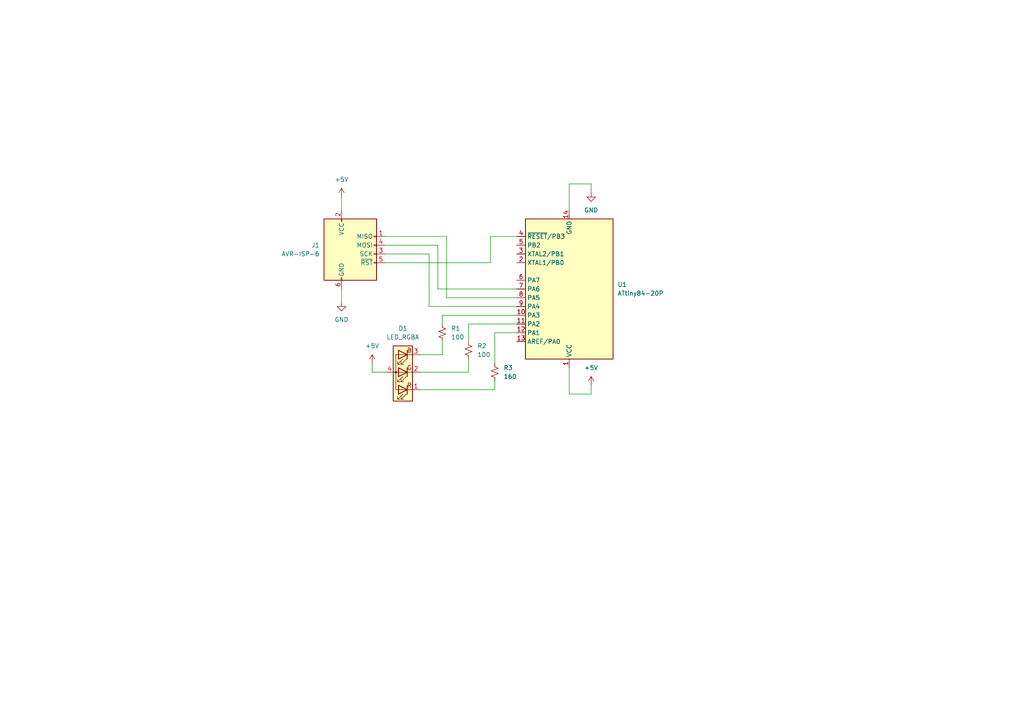
<source format=kicad_sch>
(kicad_sch (version 20211123) (generator eeschema)

  (uuid e413263c-71c2-42e6-a4e2-0560b1057f10)

  (paper "A4")

  (lib_symbols
    (symbol "Connector:AVR-ISP-6" (pin_names (offset 1.016)) (in_bom yes) (on_board yes)
      (property "Reference" "J" (id 0) (at -6.35 11.43 0)
        (effects (font (size 1.27 1.27)) (justify left))
      )
      (property "Value" "AVR-ISP-6" (id 1) (at 0 11.43 0)
        (effects (font (size 1.27 1.27)) (justify left))
      )
      (property "Footprint" "" (id 2) (at -6.35 1.27 90)
        (effects (font (size 1.27 1.27)) hide)
      )
      (property "Datasheet" " ~" (id 3) (at -32.385 -13.97 0)
        (effects (font (size 1.27 1.27)) hide)
      )
      (property "ki_keywords" "AVR ISP Connector" (id 4) (at 0 0 0)
        (effects (font (size 1.27 1.27)) hide)
      )
      (property "ki_description" "Atmel 6-pin ISP connector" (id 5) (at 0 0 0)
        (effects (font (size 1.27 1.27)) hide)
      )
      (property "ki_fp_filters" "IDC?Header*2x03* Pin?Header*2x03*" (id 6) (at 0 0 0)
        (effects (font (size 1.27 1.27)) hide)
      )
      (symbol "AVR-ISP-6_0_1"
        (rectangle (start -2.667 -6.858) (end -2.413 -7.62)
          (stroke (width 0) (type default) (color 0 0 0 0))
          (fill (type none))
        )
        (rectangle (start -2.667 10.16) (end -2.413 9.398)
          (stroke (width 0) (type default) (color 0 0 0 0))
          (fill (type none))
        )
        (rectangle (start 7.62 -2.413) (end 6.858 -2.667)
          (stroke (width 0) (type default) (color 0 0 0 0))
          (fill (type none))
        )
        (rectangle (start 7.62 0.127) (end 6.858 -0.127)
          (stroke (width 0) (type default) (color 0 0 0 0))
          (fill (type none))
        )
        (rectangle (start 7.62 2.667) (end 6.858 2.413)
          (stroke (width 0) (type default) (color 0 0 0 0))
          (fill (type none))
        )
        (rectangle (start 7.62 5.207) (end 6.858 4.953)
          (stroke (width 0) (type default) (color 0 0 0 0))
          (fill (type none))
        )
        (rectangle (start 7.62 10.16) (end -7.62 -7.62)
          (stroke (width 0.254) (type default) (color 0 0 0 0))
          (fill (type background))
        )
      )
      (symbol "AVR-ISP-6_1_1"
        (pin passive line (at 10.16 5.08 180) (length 2.54)
          (name "MISO" (effects (font (size 1.27 1.27))))
          (number "1" (effects (font (size 1.27 1.27))))
        )
        (pin passive line (at -2.54 12.7 270) (length 2.54)
          (name "VCC" (effects (font (size 1.27 1.27))))
          (number "2" (effects (font (size 1.27 1.27))))
        )
        (pin passive line (at 10.16 0 180) (length 2.54)
          (name "SCK" (effects (font (size 1.27 1.27))))
          (number "3" (effects (font (size 1.27 1.27))))
        )
        (pin passive line (at 10.16 2.54 180) (length 2.54)
          (name "MOSI" (effects (font (size 1.27 1.27))))
          (number "4" (effects (font (size 1.27 1.27))))
        )
        (pin passive line (at 10.16 -2.54 180) (length 2.54)
          (name "~{RST}" (effects (font (size 1.27 1.27))))
          (number "5" (effects (font (size 1.27 1.27))))
        )
        (pin passive line (at -2.54 -10.16 90) (length 2.54)
          (name "GND" (effects (font (size 1.27 1.27))))
          (number "6" (effects (font (size 1.27 1.27))))
        )
      )
    )
    (symbol "Device:LED_RGBA" (pin_names (offset 0) hide) (in_bom yes) (on_board yes)
      (property "Reference" "D" (id 0) (at 0 9.398 0)
        (effects (font (size 1.27 1.27)))
      )
      (property "Value" "LED_RGBA" (id 1) (at 0 -8.89 0)
        (effects (font (size 1.27 1.27)))
      )
      (property "Footprint" "" (id 2) (at 0 -1.27 0)
        (effects (font (size 1.27 1.27)) hide)
      )
      (property "Datasheet" "~" (id 3) (at 0 -1.27 0)
        (effects (font (size 1.27 1.27)) hide)
      )
      (property "ki_keywords" "LED RGB diode" (id 4) (at 0 0 0)
        (effects (font (size 1.27 1.27)) hide)
      )
      (property "ki_description" "RGB LED, red/green/blue/anode" (id 5) (at 0 0 0)
        (effects (font (size 1.27 1.27)) hide)
      )
      (property "ki_fp_filters" "LED* LED_SMD:* LED_THT:*" (id 6) (at 0 0 0)
        (effects (font (size 1.27 1.27)) hide)
      )
      (symbol "LED_RGBA_0_0"
        (text "B" (at -1.905 -6.35 0)
          (effects (font (size 1.27 1.27)))
        )
        (text "G" (at -1.905 -1.27 0)
          (effects (font (size 1.27 1.27)))
        )
        (text "R" (at -1.905 3.81 0)
          (effects (font (size 1.27 1.27)))
        )
      )
      (symbol "LED_RGBA_0_1"
        (polyline
          (pts
            (xy -1.27 -5.08)
            (xy -2.54 -5.08)
          )
          (stroke (width 0) (type default) (color 0 0 0 0))
          (fill (type none))
        )
        (polyline
          (pts
            (xy -1.27 -5.08)
            (xy 1.27 -5.08)
          )
          (stroke (width 0) (type default) (color 0 0 0 0))
          (fill (type none))
        )
        (polyline
          (pts
            (xy -1.27 -3.81)
            (xy -1.27 -6.35)
          )
          (stroke (width 0.254) (type default) (color 0 0 0 0))
          (fill (type none))
        )
        (polyline
          (pts
            (xy -1.27 0)
            (xy -2.54 0)
          )
          (stroke (width 0) (type default) (color 0 0 0 0))
          (fill (type none))
        )
        (polyline
          (pts
            (xy -1.27 1.27)
            (xy -1.27 -1.27)
          )
          (stroke (width 0.254) (type default) (color 0 0 0 0))
          (fill (type none))
        )
        (polyline
          (pts
            (xy -1.27 5.08)
            (xy -2.54 5.08)
          )
          (stroke (width 0) (type default) (color 0 0 0 0))
          (fill (type none))
        )
        (polyline
          (pts
            (xy -1.27 5.08)
            (xy 1.27 5.08)
          )
          (stroke (width 0) (type default) (color 0 0 0 0))
          (fill (type none))
        )
        (polyline
          (pts
            (xy -1.27 6.35)
            (xy -1.27 3.81)
          )
          (stroke (width 0.254) (type default) (color 0 0 0 0))
          (fill (type none))
        )
        (polyline
          (pts
            (xy 1.27 0)
            (xy -1.27 0)
          )
          (stroke (width 0) (type default) (color 0 0 0 0))
          (fill (type none))
        )
        (polyline
          (pts
            (xy 1.27 0)
            (xy 2.54 0)
          )
          (stroke (width 0) (type default) (color 0 0 0 0))
          (fill (type none))
        )
        (polyline
          (pts
            (xy -1.27 1.27)
            (xy -1.27 -1.27)
            (xy -1.27 -1.27)
          )
          (stroke (width 0) (type default) (color 0 0 0 0))
          (fill (type none))
        )
        (polyline
          (pts
            (xy -1.27 6.35)
            (xy -1.27 3.81)
            (xy -1.27 3.81)
          )
          (stroke (width 0) (type default) (color 0 0 0 0))
          (fill (type none))
        )
        (polyline
          (pts
            (xy 1.27 -5.08)
            (xy 2.032 -5.08)
            (xy 2.032 5.08)
            (xy 1.27 5.08)
          )
          (stroke (width 0) (type default) (color 0 0 0 0))
          (fill (type none))
        )
        (polyline
          (pts
            (xy 1.27 -3.81)
            (xy 1.27 -6.35)
            (xy -1.27 -5.08)
            (xy 1.27 -3.81)
          )
          (stroke (width 0.254) (type default) (color 0 0 0 0))
          (fill (type none))
        )
        (polyline
          (pts
            (xy 1.27 1.27)
            (xy 1.27 -1.27)
            (xy -1.27 0)
            (xy 1.27 1.27)
          )
          (stroke (width 0.254) (type default) (color 0 0 0 0))
          (fill (type none))
        )
        (polyline
          (pts
            (xy 1.27 6.35)
            (xy 1.27 3.81)
            (xy -1.27 5.08)
            (xy 1.27 6.35)
          )
          (stroke (width 0.254) (type default) (color 0 0 0 0))
          (fill (type none))
        )
        (polyline
          (pts
            (xy -1.016 -3.81)
            (xy 0.508 -2.286)
            (xy -0.254 -2.286)
            (xy 0.508 -2.286)
            (xy 0.508 -3.048)
          )
          (stroke (width 0) (type default) (color 0 0 0 0))
          (fill (type none))
        )
        (polyline
          (pts
            (xy -1.016 1.27)
            (xy 0.508 2.794)
            (xy -0.254 2.794)
            (xy 0.508 2.794)
            (xy 0.508 2.032)
          )
          (stroke (width 0) (type default) (color 0 0 0 0))
          (fill (type none))
        )
        (polyline
          (pts
            (xy -1.016 6.35)
            (xy 0.508 7.874)
            (xy -0.254 7.874)
            (xy 0.508 7.874)
            (xy 0.508 7.112)
          )
          (stroke (width 0) (type default) (color 0 0 0 0))
          (fill (type none))
        )
        (polyline
          (pts
            (xy 0 -3.81)
            (xy 1.524 -2.286)
            (xy 0.762 -2.286)
            (xy 1.524 -2.286)
            (xy 1.524 -3.048)
          )
          (stroke (width 0) (type default) (color 0 0 0 0))
          (fill (type none))
        )
        (polyline
          (pts
            (xy 0 1.27)
            (xy 1.524 2.794)
            (xy 0.762 2.794)
            (xy 1.524 2.794)
            (xy 1.524 2.032)
          )
          (stroke (width 0) (type default) (color 0 0 0 0))
          (fill (type none))
        )
        (polyline
          (pts
            (xy 0 6.35)
            (xy 1.524 7.874)
            (xy 0.762 7.874)
            (xy 1.524 7.874)
            (xy 1.524 7.112)
          )
          (stroke (width 0) (type default) (color 0 0 0 0))
          (fill (type none))
        )
        (rectangle (start 1.27 -1.27) (end 1.27 1.27)
          (stroke (width 0) (type default) (color 0 0 0 0))
          (fill (type none))
        )
        (rectangle (start 1.27 1.27) (end 1.27 1.27)
          (stroke (width 0) (type default) (color 0 0 0 0))
          (fill (type none))
        )
        (rectangle (start 1.27 3.81) (end 1.27 6.35)
          (stroke (width 0) (type default) (color 0 0 0 0))
          (fill (type none))
        )
        (rectangle (start 1.27 6.35) (end 1.27 6.35)
          (stroke (width 0) (type default) (color 0 0 0 0))
          (fill (type none))
        )
        (circle (center 2.032 0) (radius 0.254)
          (stroke (width 0) (type default) (color 0 0 0 0))
          (fill (type outline))
        )
        (rectangle (start 2.794 8.382) (end -2.794 -7.62)
          (stroke (width 0.254) (type default) (color 0 0 0 0))
          (fill (type background))
        )
      )
      (symbol "LED_RGBA_1_1"
        (pin passive line (at -5.08 5.08 0) (length 2.54)
          (name "RK" (effects (font (size 1.27 1.27))))
          (number "1" (effects (font (size 1.27 1.27))))
        )
        (pin passive line (at -5.08 0 0) (length 2.54)
          (name "GK" (effects (font (size 1.27 1.27))))
          (number "2" (effects (font (size 1.27 1.27))))
        )
        (pin passive line (at -5.08 -5.08 0) (length 2.54)
          (name "BK" (effects (font (size 1.27 1.27))))
          (number "3" (effects (font (size 1.27 1.27))))
        )
        (pin passive line (at 5.08 0 180) (length 2.54)
          (name "A" (effects (font (size 1.27 1.27))))
          (number "4" (effects (font (size 1.27 1.27))))
        )
      )
    )
    (symbol "Device:R_Small_US" (pin_numbers hide) (pin_names (offset 0.254) hide) (in_bom yes) (on_board yes)
      (property "Reference" "R" (id 0) (at 0.762 0.508 0)
        (effects (font (size 1.27 1.27)) (justify left))
      )
      (property "Value" "R_Small_US" (id 1) (at 0.762 -1.016 0)
        (effects (font (size 1.27 1.27)) (justify left))
      )
      (property "Footprint" "" (id 2) (at 0 0 0)
        (effects (font (size 1.27 1.27)) hide)
      )
      (property "Datasheet" "~" (id 3) (at 0 0 0)
        (effects (font (size 1.27 1.27)) hide)
      )
      (property "ki_keywords" "r resistor" (id 4) (at 0 0 0)
        (effects (font (size 1.27 1.27)) hide)
      )
      (property "ki_description" "Resistor, small US symbol" (id 5) (at 0 0 0)
        (effects (font (size 1.27 1.27)) hide)
      )
      (property "ki_fp_filters" "R_*" (id 6) (at 0 0 0)
        (effects (font (size 1.27 1.27)) hide)
      )
      (symbol "R_Small_US_1_1"
        (polyline
          (pts
            (xy 0 0)
            (xy 1.016 -0.381)
            (xy 0 -0.762)
            (xy -1.016 -1.143)
            (xy 0 -1.524)
          )
          (stroke (width 0) (type default) (color 0 0 0 0))
          (fill (type none))
        )
        (polyline
          (pts
            (xy 0 1.524)
            (xy 1.016 1.143)
            (xy 0 0.762)
            (xy -1.016 0.381)
            (xy 0 0)
          )
          (stroke (width 0) (type default) (color 0 0 0 0))
          (fill (type none))
        )
        (pin passive line (at 0 2.54 270) (length 1.016)
          (name "~" (effects (font (size 1.27 1.27))))
          (number "1" (effects (font (size 1.27 1.27))))
        )
        (pin passive line (at 0 -2.54 90) (length 1.016)
          (name "~" (effects (font (size 1.27 1.27))))
          (number "2" (effects (font (size 1.27 1.27))))
        )
      )
    )
    (symbol "MCU_Microchip_ATtiny:ATtiny84-20P" (in_bom yes) (on_board yes)
      (property "Reference" "U" (id 0) (at -12.7 21.59 0)
        (effects (font (size 1.27 1.27)) (justify left bottom))
      )
      (property "Value" "ATtiny84-20P" (id 1) (at 2.54 -21.59 0)
        (effects (font (size 1.27 1.27)) (justify left top))
      )
      (property "Footprint" "Package_DIP:DIP-14_W7.62mm" (id 2) (at 0 0 0)
        (effects (font (size 1.27 1.27) italic) hide)
      )
      (property "Datasheet" "http://ww1.microchip.com/downloads/en/DeviceDoc/doc8006.pdf" (id 3) (at 0 0 0)
        (effects (font (size 1.27 1.27)) hide)
      )
      (property "ki_keywords" "AVR 8bit Microcontroller tinyAVR" (id 4) (at 0 0 0)
        (effects (font (size 1.27 1.27)) hide)
      )
      (property "ki_description" "20MHz, 8kB Flash, 512B SRAM, 512B EEPROM, debugWIRE, DIP-14" (id 5) (at 0 0 0)
        (effects (font (size 1.27 1.27)) hide)
      )
      (property "ki_fp_filters" "DIP*W7.62mm*" (id 6) (at 0 0 0)
        (effects (font (size 1.27 1.27)) hide)
      )
      (symbol "ATtiny84-20P_0_1"
        (rectangle (start -12.7 -20.32) (end 12.7 20.32)
          (stroke (width 0.254) (type default) (color 0 0 0 0))
          (fill (type background))
        )
      )
      (symbol "ATtiny84-20P_1_1"
        (pin power_in line (at 0 22.86 270) (length 2.54)
          (name "VCC" (effects (font (size 1.27 1.27))))
          (number "1" (effects (font (size 1.27 1.27))))
        )
        (pin bidirectional line (at 15.24 7.62 180) (length 2.54)
          (name "PA3" (effects (font (size 1.27 1.27))))
          (number "10" (effects (font (size 1.27 1.27))))
        )
        (pin bidirectional line (at 15.24 10.16 180) (length 2.54)
          (name "PA2" (effects (font (size 1.27 1.27))))
          (number "11" (effects (font (size 1.27 1.27))))
        )
        (pin bidirectional line (at 15.24 12.7 180) (length 2.54)
          (name "PA1" (effects (font (size 1.27 1.27))))
          (number "12" (effects (font (size 1.27 1.27))))
        )
        (pin bidirectional line (at 15.24 15.24 180) (length 2.54)
          (name "AREF/PA0" (effects (font (size 1.27 1.27))))
          (number "13" (effects (font (size 1.27 1.27))))
        )
        (pin power_in line (at 0 -22.86 90) (length 2.54)
          (name "GND" (effects (font (size 1.27 1.27))))
          (number "14" (effects (font (size 1.27 1.27))))
        )
        (pin bidirectional line (at 15.24 -7.62 180) (length 2.54)
          (name "XTAL1/PB0" (effects (font (size 1.27 1.27))))
          (number "2" (effects (font (size 1.27 1.27))))
        )
        (pin bidirectional line (at 15.24 -10.16 180) (length 2.54)
          (name "XTAL2/PB1" (effects (font (size 1.27 1.27))))
          (number "3" (effects (font (size 1.27 1.27))))
        )
        (pin bidirectional line (at 15.24 -15.24 180) (length 2.54)
          (name "~{RESET}/PB3" (effects (font (size 1.27 1.27))))
          (number "4" (effects (font (size 1.27 1.27))))
        )
        (pin bidirectional line (at 15.24 -12.7 180) (length 2.54)
          (name "PB2" (effects (font (size 1.27 1.27))))
          (number "5" (effects (font (size 1.27 1.27))))
        )
        (pin bidirectional line (at 15.24 -2.54 180) (length 2.54)
          (name "PA7" (effects (font (size 1.27 1.27))))
          (number "6" (effects (font (size 1.27 1.27))))
        )
        (pin bidirectional line (at 15.24 0 180) (length 2.54)
          (name "PA6" (effects (font (size 1.27 1.27))))
          (number "7" (effects (font (size 1.27 1.27))))
        )
        (pin bidirectional line (at 15.24 2.54 180) (length 2.54)
          (name "PA5" (effects (font (size 1.27 1.27))))
          (number "8" (effects (font (size 1.27 1.27))))
        )
        (pin bidirectional line (at 15.24 5.08 180) (length 2.54)
          (name "PA4" (effects (font (size 1.27 1.27))))
          (number "9" (effects (font (size 1.27 1.27))))
        )
      )
    )
    (symbol "power:+5V" (power) (pin_names (offset 0)) (in_bom yes) (on_board yes)
      (property "Reference" "#PWR" (id 0) (at 0 -3.81 0)
        (effects (font (size 1.27 1.27)) hide)
      )
      (property "Value" "+5V" (id 1) (at 0 3.556 0)
        (effects (font (size 1.27 1.27)))
      )
      (property "Footprint" "" (id 2) (at 0 0 0)
        (effects (font (size 1.27 1.27)) hide)
      )
      (property "Datasheet" "" (id 3) (at 0 0 0)
        (effects (font (size 1.27 1.27)) hide)
      )
      (property "ki_keywords" "power-flag" (id 4) (at 0 0 0)
        (effects (font (size 1.27 1.27)) hide)
      )
      (property "ki_description" "Power symbol creates a global label with name \"+5V\"" (id 5) (at 0 0 0)
        (effects (font (size 1.27 1.27)) hide)
      )
      (symbol "+5V_0_1"
        (polyline
          (pts
            (xy -0.762 1.27)
            (xy 0 2.54)
          )
          (stroke (width 0) (type default) (color 0 0 0 0))
          (fill (type none))
        )
        (polyline
          (pts
            (xy 0 0)
            (xy 0 2.54)
          )
          (stroke (width 0) (type default) (color 0 0 0 0))
          (fill (type none))
        )
        (polyline
          (pts
            (xy 0 2.54)
            (xy 0.762 1.27)
          )
          (stroke (width 0) (type default) (color 0 0 0 0))
          (fill (type none))
        )
      )
      (symbol "+5V_1_1"
        (pin power_in line (at 0 0 90) (length 0) hide
          (name "+5V" (effects (font (size 1.27 1.27))))
          (number "1" (effects (font (size 1.27 1.27))))
        )
      )
    )
    (symbol "power:GND" (power) (pin_names (offset 0)) (in_bom yes) (on_board yes)
      (property "Reference" "#PWR" (id 0) (at 0 -6.35 0)
        (effects (font (size 1.27 1.27)) hide)
      )
      (property "Value" "GND" (id 1) (at 0 -3.81 0)
        (effects (font (size 1.27 1.27)))
      )
      (property "Footprint" "" (id 2) (at 0 0 0)
        (effects (font (size 1.27 1.27)) hide)
      )
      (property "Datasheet" "" (id 3) (at 0 0 0)
        (effects (font (size 1.27 1.27)) hide)
      )
      (property "ki_keywords" "power-flag" (id 4) (at 0 0 0)
        (effects (font (size 1.27 1.27)) hide)
      )
      (property "ki_description" "Power symbol creates a global label with name \"GND\" , ground" (id 5) (at 0 0 0)
        (effects (font (size 1.27 1.27)) hide)
      )
      (symbol "GND_0_1"
        (polyline
          (pts
            (xy 0 0)
            (xy 0 -1.27)
            (xy 1.27 -1.27)
            (xy 0 -2.54)
            (xy -1.27 -1.27)
            (xy 0 -1.27)
          )
          (stroke (width 0) (type default) (color 0 0 0 0))
          (fill (type none))
        )
      )
      (symbol "GND_1_1"
        (pin power_in line (at 0 0 270) (length 0) hide
          (name "GND" (effects (font (size 1.27 1.27))))
          (number "1" (effects (font (size 1.27 1.27))))
        )
      )
    )
  )


  (wire (pts (xy 171.45 53.34) (xy 171.45 55.88))
    (stroke (width 0) (type default) (color 0 0 0 0))
    (uuid 0848faec-6491-40eb-ad2f-d9e2a41e3d4c)
  )
  (wire (pts (xy 143.51 96.52) (xy 143.51 105.41))
    (stroke (width 0) (type default) (color 0 0 0 0))
    (uuid 09c4e546-0187-46ae-a86a-4b7f2eac3db9)
  )
  (wire (pts (xy 124.46 73.66) (xy 124.46 88.9))
    (stroke (width 0) (type default) (color 0 0 0 0))
    (uuid 17cbeb46-70ad-45a6-bd01-38dccccb64ed)
  )
  (wire (pts (xy 128.27 91.44) (xy 128.27 93.98))
    (stroke (width 0) (type default) (color 0 0 0 0))
    (uuid 214f3012-39e9-48d7-a878-747aa61cfc28)
  )
  (wire (pts (xy 142.24 68.58) (xy 149.86 68.58))
    (stroke (width 0) (type default) (color 0 0 0 0))
    (uuid 216ea987-272a-41c2-9534-86d51e829e3a)
  )
  (wire (pts (xy 99.06 57.15) (xy 99.06 60.96))
    (stroke (width 0) (type default) (color 0 0 0 0))
    (uuid 2315aa05-81f2-4418-9f6d-3203b8c04b14)
  )
  (wire (pts (xy 171.45 111.76) (xy 171.45 114.3))
    (stroke (width 0) (type default) (color 0 0 0 0))
    (uuid 258b02ab-9df3-4832-b182-c8869f572ed2)
  )
  (wire (pts (xy 165.1 60.96) (xy 165.1 53.34))
    (stroke (width 0) (type default) (color 0 0 0 0))
    (uuid 37292e5c-95a8-4653-a389-0cec13f0192e)
  )
  (wire (pts (xy 121.92 102.87) (xy 128.27 102.87))
    (stroke (width 0) (type default) (color 0 0 0 0))
    (uuid 4a07d205-88a1-423a-baf7-ee5dd907a03c)
  )
  (wire (pts (xy 111.76 71.12) (xy 127 71.12))
    (stroke (width 0) (type default) (color 0 0 0 0))
    (uuid 5b1cbad9-1697-4573-b28b-e0fb412b5ef6)
  )
  (wire (pts (xy 142.24 76.2) (xy 142.24 68.58))
    (stroke (width 0) (type default) (color 0 0 0 0))
    (uuid 5d254b91-4cc5-49a0-bc39-613526711fe3)
  )
  (wire (pts (xy 135.89 93.98) (xy 149.86 93.98))
    (stroke (width 0) (type default) (color 0 0 0 0))
    (uuid 5e16ebfd-003c-44aa-abcf-4019d668a24b)
  )
  (wire (pts (xy 128.27 91.44) (xy 149.86 91.44))
    (stroke (width 0) (type default) (color 0 0 0 0))
    (uuid 6f82d981-b6d8-47e7-89cc-35a2c8c26bc9)
  )
  (wire (pts (xy 129.54 86.36) (xy 129.54 68.58))
    (stroke (width 0) (type default) (color 0 0 0 0))
    (uuid 7132ea57-790f-495a-9aa8-fa516787ddba)
  )
  (wire (pts (xy 99.06 83.82) (xy 99.06 87.63))
    (stroke (width 0) (type default) (color 0 0 0 0))
    (uuid 7a46fde0-dbef-41a8-89d7-3a4208190e96)
  )
  (wire (pts (xy 129.54 68.58) (xy 111.76 68.58))
    (stroke (width 0) (type default) (color 0 0 0 0))
    (uuid 7eb92438-9ab0-49c6-96cf-84f1b48d270b)
  )
  (wire (pts (xy 165.1 106.68) (xy 165.1 114.3))
    (stroke (width 0) (type default) (color 0 0 0 0))
    (uuid 84526f63-ff3b-4b4d-b2db-17c158811deb)
  )
  (wire (pts (xy 165.1 53.34) (xy 171.45 53.34))
    (stroke (width 0) (type default) (color 0 0 0 0))
    (uuid 95f2a065-7f3c-41a0-a776-30bd28a27254)
  )
  (wire (pts (xy 111.76 76.2) (xy 142.24 76.2))
    (stroke (width 0) (type default) (color 0 0 0 0))
    (uuid 9f1578da-a128-4bce-8b88-54dabd51748c)
  )
  (wire (pts (xy 128.27 99.06) (xy 128.27 102.87))
    (stroke (width 0) (type default) (color 0 0 0 0))
    (uuid a0499a25-75f6-4d83-8708-3888c64d8fa5)
  )
  (wire (pts (xy 127 83.82) (xy 149.86 83.82))
    (stroke (width 0) (type default) (color 0 0 0 0))
    (uuid a9d5fa75-51e0-42f3-98d4-0ef7815c990f)
  )
  (wire (pts (xy 124.46 88.9) (xy 149.86 88.9))
    (stroke (width 0) (type default) (color 0 0 0 0))
    (uuid aa1b6dd6-9f08-4495-b0cb-f99d9c1df684)
  )
  (wire (pts (xy 127 71.12) (xy 127 83.82))
    (stroke (width 0) (type default) (color 0 0 0 0))
    (uuid b6a2812a-0469-4166-a906-2e5147681c07)
  )
  (wire (pts (xy 165.1 114.3) (xy 171.45 114.3))
    (stroke (width 0) (type default) (color 0 0 0 0))
    (uuid b8341588-a445-4fd8-b42b-c263a729238a)
  )
  (wire (pts (xy 121.92 113.03) (xy 143.51 113.03))
    (stroke (width 0) (type default) (color 0 0 0 0))
    (uuid bcb433be-3174-4971-a2f5-0c40d14bf9b8)
  )
  (wire (pts (xy 135.89 107.95) (xy 135.89 104.14))
    (stroke (width 0) (type default) (color 0 0 0 0))
    (uuid c471844a-70c4-49cc-95a5-5a18eac674a7)
  )
  (wire (pts (xy 121.92 107.95) (xy 135.89 107.95))
    (stroke (width 0) (type default) (color 0 0 0 0))
    (uuid c6eac90a-6c57-48cd-bb1c-c107caf0a52e)
  )
  (wire (pts (xy 111.76 73.66) (xy 124.46 73.66))
    (stroke (width 0) (type default) (color 0 0 0 0))
    (uuid c861123b-35e8-474d-9b30-a1084dc4c36d)
  )
  (wire (pts (xy 149.86 86.36) (xy 129.54 86.36))
    (stroke (width 0) (type default) (color 0 0 0 0))
    (uuid dc140ff8-b8bb-466c-80c1-b681454c6a81)
  )
  (wire (pts (xy 143.51 113.03) (xy 143.51 110.49))
    (stroke (width 0) (type default) (color 0 0 0 0))
    (uuid dd68ff71-ad2b-4f95-95b2-6d6ca68d80ea)
  )
  (wire (pts (xy 107.95 107.95) (xy 107.95 105.41))
    (stroke (width 0) (type default) (color 0 0 0 0))
    (uuid e2becc08-ba9c-43cc-b8dd-a0e138401bfa)
  )
  (wire (pts (xy 135.89 99.06) (xy 135.89 93.98))
    (stroke (width 0) (type default) (color 0 0 0 0))
    (uuid e2f54a50-9e2f-4931-82c3-f46baffee2b0)
  )
  (wire (pts (xy 143.51 96.52) (xy 149.86 96.52))
    (stroke (width 0) (type default) (color 0 0 0 0))
    (uuid e4124cda-f14c-4f5e-bc95-791a5dcc905d)
  )
  (wire (pts (xy 111.76 107.95) (xy 107.95 107.95))
    (stroke (width 0) (type default) (color 0 0 0 0))
    (uuid ecced6f2-a31d-4fa1-a0e6-2396c36d0a1f)
  )

  (symbol (lib_id "power:GND") (at 171.45 55.88 0) (unit 1)
    (in_bom yes) (on_board yes) (fields_autoplaced)
    (uuid 530b5962-4e54-4738-a1e7-bddd8d1ea8f7)
    (property "Reference" "#PWR04" (id 0) (at 171.45 62.23 0)
      (effects (font (size 1.27 1.27)) hide)
    )
    (property "Value" "GND" (id 1) (at 171.45 60.96 0))
    (property "Footprint" "" (id 2) (at 171.45 55.88 0)
      (effects (font (size 1.27 1.27)) hide)
    )
    (property "Datasheet" "" (id 3) (at 171.45 55.88 0)
      (effects (font (size 1.27 1.27)) hide)
    )
    (pin "1" (uuid 2aa3d6a6-f878-4e95-b6af-7f5f3929bbf3))
  )

  (symbol (lib_id "Connector:AVR-ISP-6") (at 101.6 73.66 0) (unit 1)
    (in_bom yes) (on_board yes) (fields_autoplaced)
    (uuid 5de88794-f34c-4cfe-8d78-1e333eb75961)
    (property "Reference" "J1" (id 0) (at 92.71 71.1199 0)
      (effects (font (size 1.27 1.27)) (justify right))
    )
    (property "Value" "AVR-ISP-6" (id 1) (at 92.71 73.6599 0)
      (effects (font (size 1.27 1.27)) (justify right))
    )
    (property "Footprint" "" (id 2) (at 95.25 72.39 90)
      (effects (font (size 1.27 1.27)) hide)
    )
    (property "Datasheet" " ~" (id 3) (at 69.215 87.63 0)
      (effects (font (size 1.27 1.27)) hide)
    )
    (pin "1" (uuid b7c60761-a260-40b4-a0ac-e9e1404ac54c))
    (pin "2" (uuid de7f7776-4ce6-4bde-b180-1b3239a01b1b))
    (pin "3" (uuid 025f3b7b-08d1-42be-9390-461f35785a51))
    (pin "4" (uuid d8bc12ea-947a-4457-8d0f-0ee80efbf9be))
    (pin "5" (uuid 4c6be042-2133-46f9-8a78-9390b3d45792))
    (pin "6" (uuid 6e5b3b29-15a1-4d31-a170-227d2f3c0508))
  )

  (symbol (lib_id "power:+5V") (at 107.95 105.41 0) (unit 1)
    (in_bom yes) (on_board yes) (fields_autoplaced)
    (uuid 66691971-c463-4399-8364-fa1d0b0867c0)
    (property "Reference" "#PWR03" (id 0) (at 107.95 109.22 0)
      (effects (font (size 1.27 1.27)) hide)
    )
    (property "Value" "+5V" (id 1) (at 107.95 100.33 0))
    (property "Footprint" "" (id 2) (at 107.95 105.41 0)
      (effects (font (size 1.27 1.27)) hide)
    )
    (property "Datasheet" "" (id 3) (at 107.95 105.41 0)
      (effects (font (size 1.27 1.27)) hide)
    )
    (pin "1" (uuid 8e9e60f8-93c8-45f8-a500-fef5cc6e0454))
  )

  (symbol (lib_id "power:GND") (at 99.06 87.63 0) (unit 1)
    (in_bom yes) (on_board yes) (fields_autoplaced)
    (uuid 70f75566-3f40-4908-81b0-aeb11d420829)
    (property "Reference" "#PWR02" (id 0) (at 99.06 93.98 0)
      (effects (font (size 1.27 1.27)) hide)
    )
    (property "Value" "GND" (id 1) (at 99.06 92.71 0))
    (property "Footprint" "" (id 2) (at 99.06 87.63 0)
      (effects (font (size 1.27 1.27)) hide)
    )
    (property "Datasheet" "" (id 3) (at 99.06 87.63 0)
      (effects (font (size 1.27 1.27)) hide)
    )
    (pin "1" (uuid 4ae9ba3f-dde4-4bed-b39b-8b0af2347001))
  )

  (symbol (lib_id "Device:R_Small_US") (at 128.27 96.52 0) (unit 1)
    (in_bom yes) (on_board yes) (fields_autoplaced)
    (uuid 7b7623e4-6802-4be6-82f9-fa96046fe343)
    (property "Reference" "R1" (id 0) (at 130.81 95.2499 0)
      (effects (font (size 1.27 1.27)) (justify left))
    )
    (property "Value" "100" (id 1) (at 130.81 97.7899 0)
      (effects (font (size 1.27 1.27)) (justify left))
    )
    (property "Footprint" "" (id 2) (at 128.27 96.52 0)
      (effects (font (size 1.27 1.27)) hide)
    )
    (property "Datasheet" "~" (id 3) (at 128.27 96.52 0)
      (effects (font (size 1.27 1.27)) hide)
    )
    (pin "1" (uuid c176ba6c-5169-4297-85dc-3ea4091ab2ba))
    (pin "2" (uuid 767936eb-f545-497b-94f4-de0a2ae26094))
  )

  (symbol (lib_id "Device:R_Small_US") (at 135.89 101.6 0) (unit 1)
    (in_bom yes) (on_board yes) (fields_autoplaced)
    (uuid 8771299b-97d6-4248-8fcd-879ceea86cbf)
    (property "Reference" "R2" (id 0) (at 138.43 100.3299 0)
      (effects (font (size 1.27 1.27)) (justify left))
    )
    (property "Value" "100" (id 1) (at 138.43 102.8699 0)
      (effects (font (size 1.27 1.27)) (justify left))
    )
    (property "Footprint" "" (id 2) (at 135.89 101.6 0)
      (effects (font (size 1.27 1.27)) hide)
    )
    (property "Datasheet" "~" (id 3) (at 135.89 101.6 0)
      (effects (font (size 1.27 1.27)) hide)
    )
    (pin "1" (uuid 4caf1ddd-e912-4bb5-8b18-35a5a438ed8c))
    (pin "2" (uuid dd423e67-ccf8-4e66-8c7b-0d3c17195b9e))
  )

  (symbol (lib_id "MCU_Microchip_ATtiny:ATtiny84-20P") (at 165.1 83.82 180) (unit 1)
    (in_bom yes) (on_board yes) (fields_autoplaced)
    (uuid 894a048b-75c2-443f-af28-458ea72f4be5)
    (property "Reference" "U1" (id 0) (at 179.07 82.5499 0)
      (effects (font (size 1.27 1.27)) (justify right))
    )
    (property "Value" "ATtiny84-20P" (id 1) (at 179.07 85.0899 0)
      (effects (font (size 1.27 1.27)) (justify right))
    )
    (property "Footprint" "Package_DIP:DIP-14_W7.62mm" (id 2) (at 165.1 83.82 0)
      (effects (font (size 1.27 1.27) italic) hide)
    )
    (property "Datasheet" "http://ww1.microchip.com/downloads/en/DeviceDoc/doc8006.pdf" (id 3) (at 165.1 83.82 0)
      (effects (font (size 1.27 1.27)) hide)
    )
    (pin "1" (uuid debf44e0-cf4e-4d82-b925-d79fca2828f0))
    (pin "10" (uuid 8bd0e021-0977-4ef8-9cca-1cb50f99e1b4))
    (pin "11" (uuid c06b03b4-f6d0-4aa2-bc41-60ee92c863f6))
    (pin "12" (uuid 252c393c-2cf0-426b-bc91-76b6579ae177))
    (pin "13" (uuid 7248e715-3be1-44fe-ab40-efd91dbbce55))
    (pin "14" (uuid f4a6ebf5-b5bc-4951-a66f-85d28e3806af))
    (pin "2" (uuid 746d06aa-757f-4ce8-927b-b684b26d141a))
    (pin "3" (uuid 51c7b3f5-3c27-4a99-9ab9-2077fbccfae2))
    (pin "4" (uuid 2d962f7c-c6a6-4f27-ae16-cab560b9a7e9))
    (pin "5" (uuid 64ca0724-9b02-47c6-9839-b344443f0fd7))
    (pin "6" (uuid 0f24c242-94c5-44ed-84b7-1db9ed29c595))
    (pin "7" (uuid 171cd74c-347b-40fd-8f14-5ac6a751d4ce))
    (pin "8" (uuid 21ff1d1e-dae2-41dd-85be-c17e40d86974))
    (pin "9" (uuid 68cd0065-2d1e-4e72-b9d5-4ff58d6f9e3c))
  )

  (symbol (lib_id "power:+5V") (at 99.06 57.15 0) (unit 1)
    (in_bom yes) (on_board yes) (fields_autoplaced)
    (uuid b54475d9-df96-40eb-8b8b-1f20059a77fc)
    (property "Reference" "#PWR01" (id 0) (at 99.06 60.96 0)
      (effects (font (size 1.27 1.27)) hide)
    )
    (property "Value" "+5V" (id 1) (at 99.06 52.07 0))
    (property "Footprint" "" (id 2) (at 99.06 57.15 0)
      (effects (font (size 1.27 1.27)) hide)
    )
    (property "Datasheet" "" (id 3) (at 99.06 57.15 0)
      (effects (font (size 1.27 1.27)) hide)
    )
    (pin "1" (uuid 5f3e6daa-a627-4840-b747-7bcc65d82b4a))
  )

  (symbol (lib_id "Device:R_Small_US") (at 143.51 107.95 180) (unit 1)
    (in_bom yes) (on_board yes) (fields_autoplaced)
    (uuid d865827a-0da4-4c67-b9ef-5145fbeeda65)
    (property "Reference" "R3" (id 0) (at 146.05 106.6799 0)
      (effects (font (size 1.27 1.27)) (justify right))
    )
    (property "Value" "160" (id 1) (at 146.05 109.2199 0)
      (effects (font (size 1.27 1.27)) (justify right))
    )
    (property "Footprint" "" (id 2) (at 143.51 107.95 0)
      (effects (font (size 1.27 1.27)) hide)
    )
    (property "Datasheet" "~" (id 3) (at 143.51 107.95 0)
      (effects (font (size 1.27 1.27)) hide)
    )
    (pin "1" (uuid 75fdee58-2ef1-4736-a22f-e9c73865cbbf))
    (pin "2" (uuid 6cabe731-ad82-4b3b-a036-50a99761021f))
  )

  (symbol (lib_id "Device:LED_RGBA") (at 116.84 107.95 180) (unit 1)
    (in_bom yes) (on_board yes) (fields_autoplaced)
    (uuid e3dd4a55-d23c-4b5b-8a67-711ddae847fe)
    (property "Reference" "D1" (id 0) (at 116.84 95.25 0))
    (property "Value" "LED_RGBA" (id 1) (at 116.84 97.79 0))
    (property "Footprint" "" (id 2) (at 116.84 106.68 0)
      (effects (font (size 1.27 1.27)) hide)
    )
    (property "Datasheet" "~" (id 3) (at 116.84 106.68 0)
      (effects (font (size 1.27 1.27)) hide)
    )
    (pin "1" (uuid 74c78843-5f47-47e0-996f-38e3861a72e9))
    (pin "2" (uuid 40d7b293-fcd2-415c-9061-b0d3f4a0cf58))
    (pin "3" (uuid e4530151-d004-4c10-bda2-1e5b7767e7af))
    (pin "4" (uuid c19556b4-0208-493e-8510-c5b1d317a45e))
  )

  (symbol (lib_id "power:+5V") (at 171.45 111.76 0) (unit 1)
    (in_bom yes) (on_board yes) (fields_autoplaced)
    (uuid f6fa2dca-4a2c-4244-ac66-272926f8e9b6)
    (property "Reference" "#PWR05" (id 0) (at 171.45 115.57 0)
      (effects (font (size 1.27 1.27)) hide)
    )
    (property "Value" "+5V" (id 1) (at 171.45 106.68 0))
    (property "Footprint" "" (id 2) (at 171.45 111.76 0)
      (effects (font (size 1.27 1.27)) hide)
    )
    (property "Datasheet" "" (id 3) (at 171.45 111.76 0)
      (effects (font (size 1.27 1.27)) hide)
    )
    (pin "1" (uuid 03f5ad52-1bf0-45ef-897d-cc2cc6022e2b))
  )

  (sheet_instances
    (path "/" (page "1"))
  )

  (symbol_instances
    (path "/b54475d9-df96-40eb-8b8b-1f20059a77fc"
      (reference "#PWR01") (unit 1) (value "+5V") (footprint "")
    )
    (path "/70f75566-3f40-4908-81b0-aeb11d420829"
      (reference "#PWR02") (unit 1) (value "GND") (footprint "")
    )
    (path "/66691971-c463-4399-8364-fa1d0b0867c0"
      (reference "#PWR03") (unit 1) (value "+5V") (footprint "")
    )
    (path "/530b5962-4e54-4738-a1e7-bddd8d1ea8f7"
      (reference "#PWR04") (unit 1) (value "GND") (footprint "")
    )
    (path "/f6fa2dca-4a2c-4244-ac66-272926f8e9b6"
      (reference "#PWR05") (unit 1) (value "+5V") (footprint "")
    )
    (path "/e3dd4a55-d23c-4b5b-8a67-711ddae847fe"
      (reference "D1") (unit 1) (value "LED_RGBA") (footprint "")
    )
    (path "/5de88794-f34c-4cfe-8d78-1e333eb75961"
      (reference "J1") (unit 1) (value "AVR-ISP-6") (footprint "")
    )
    (path "/7b7623e4-6802-4be6-82f9-fa96046fe343"
      (reference "R1") (unit 1) (value "100") (footprint "")
    )
    (path "/8771299b-97d6-4248-8fcd-879ceea86cbf"
      (reference "R2") (unit 1) (value "100") (footprint "")
    )
    (path "/d865827a-0da4-4c67-b9ef-5145fbeeda65"
      (reference "R3") (unit 1) (value "160") (footprint "")
    )
    (path "/894a048b-75c2-443f-af28-458ea72f4be5"
      (reference "U1") (unit 1) (value "ATtiny84-20P") (footprint "Package_DIP:DIP-14_W7.62mm")
    )
  )
)

</source>
